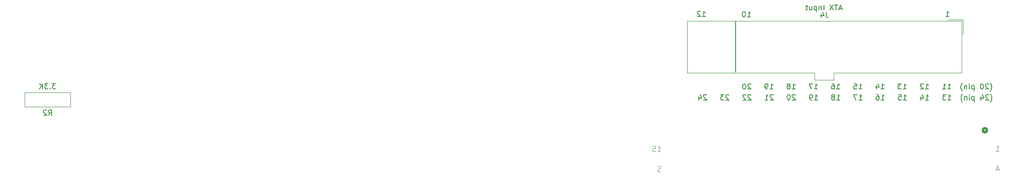
<source format=gbr>
%TF.GenerationSoftware,KiCad,Pcbnew,7.0.5*%
%TF.CreationDate,2024-11-28T08:35:35+00:00*%
%TF.ProjectId,Lisa_Floppy_Power,4c697361-5f46-46c6-9f70-70795f506f77,rev?*%
%TF.SameCoordinates,Original*%
%TF.FileFunction,Legend,Bot*%
%TF.FilePolarity,Positive*%
%FSLAX46Y46*%
G04 Gerber Fmt 4.6, Leading zero omitted, Abs format (unit mm)*
G04 Created by KiCad (PCBNEW 7.0.5) date 2024-11-28 08:35:35*
%MOMM*%
%LPD*%
G01*
G04 APERTURE LIST*
%ADD10C,0.150000*%
%ADD11C,0.100000*%
%ADD12C,0.508000*%
%ADD13C,0.120000*%
G04 APERTURE END LIST*
D10*
X187000000Y-57300000D02*
X187000000Y-67000000D01*
X189258411Y-56511819D02*
X189829839Y-56511819D01*
X189544125Y-56511819D02*
X189544125Y-55511819D01*
X189544125Y-55511819D02*
X189639363Y-55654676D01*
X189639363Y-55654676D02*
X189734601Y-55749914D01*
X189734601Y-55749914D02*
X189829839Y-55797533D01*
X188639363Y-55511819D02*
X188544125Y-55511819D01*
X188544125Y-55511819D02*
X188448887Y-55559438D01*
X188448887Y-55559438D02*
X188401268Y-55607057D01*
X188401268Y-55607057D02*
X188353649Y-55702295D01*
X188353649Y-55702295D02*
X188306030Y-55892771D01*
X188306030Y-55892771D02*
X188306030Y-56130866D01*
X188306030Y-56130866D02*
X188353649Y-56321342D01*
X188353649Y-56321342D02*
X188401268Y-56416580D01*
X188401268Y-56416580D02*
X188448887Y-56464200D01*
X188448887Y-56464200D02*
X188544125Y-56511819D01*
X188544125Y-56511819D02*
X188639363Y-56511819D01*
X188639363Y-56511819D02*
X188734601Y-56464200D01*
X188734601Y-56464200D02*
X188782220Y-56416580D01*
X188782220Y-56416580D02*
X188829839Y-56321342D01*
X188829839Y-56321342D02*
X188877458Y-56130866D01*
X188877458Y-56130866D02*
X188877458Y-55892771D01*
X188877458Y-55892771D02*
X188829839Y-55702295D01*
X188829839Y-55702295D02*
X188782220Y-55607057D01*
X188782220Y-55607057D02*
X188734601Y-55559438D01*
X188734601Y-55559438D02*
X188639363Y-55511819D01*
X235097506Y-70587671D02*
X235145125Y-70540052D01*
X235145125Y-70540052D02*
X235240363Y-70397195D01*
X235240363Y-70397195D02*
X235287982Y-70301957D01*
X235287982Y-70301957D02*
X235335601Y-70159100D01*
X235335601Y-70159100D02*
X235383220Y-69921004D01*
X235383220Y-69921004D02*
X235383220Y-69730528D01*
X235383220Y-69730528D02*
X235335601Y-69492433D01*
X235335601Y-69492433D02*
X235287982Y-69349576D01*
X235287982Y-69349576D02*
X235240363Y-69254338D01*
X235240363Y-69254338D02*
X235145125Y-69111480D01*
X235145125Y-69111480D02*
X235097506Y-69063861D01*
X234764172Y-69301957D02*
X234716553Y-69254338D01*
X234716553Y-69254338D02*
X234621315Y-69206719D01*
X234621315Y-69206719D02*
X234383220Y-69206719D01*
X234383220Y-69206719D02*
X234287982Y-69254338D01*
X234287982Y-69254338D02*
X234240363Y-69301957D01*
X234240363Y-69301957D02*
X234192744Y-69397195D01*
X234192744Y-69397195D02*
X234192744Y-69492433D01*
X234192744Y-69492433D02*
X234240363Y-69635290D01*
X234240363Y-69635290D02*
X234811791Y-70206719D01*
X234811791Y-70206719D02*
X234192744Y-70206719D01*
X233573696Y-69206719D02*
X233478458Y-69206719D01*
X233478458Y-69206719D02*
X233383220Y-69254338D01*
X233383220Y-69254338D02*
X233335601Y-69301957D01*
X233335601Y-69301957D02*
X233287982Y-69397195D01*
X233287982Y-69397195D02*
X233240363Y-69587671D01*
X233240363Y-69587671D02*
X233240363Y-69825766D01*
X233240363Y-69825766D02*
X233287982Y-70016242D01*
X233287982Y-70016242D02*
X233335601Y-70111480D01*
X233335601Y-70111480D02*
X233383220Y-70159100D01*
X233383220Y-70159100D02*
X233478458Y-70206719D01*
X233478458Y-70206719D02*
X233573696Y-70206719D01*
X233573696Y-70206719D02*
X233668934Y-70159100D01*
X233668934Y-70159100D02*
X233716553Y-70111480D01*
X233716553Y-70111480D02*
X233764172Y-70016242D01*
X233764172Y-70016242D02*
X233811791Y-69825766D01*
X233811791Y-69825766D02*
X233811791Y-69587671D01*
X233811791Y-69587671D02*
X233764172Y-69397195D01*
X233764172Y-69397195D02*
X233716553Y-69301957D01*
X233716553Y-69301957D02*
X233668934Y-69254338D01*
X233668934Y-69254338D02*
X233573696Y-69206719D01*
X232049886Y-69540052D02*
X232049886Y-70540052D01*
X232049886Y-69587671D02*
X231954648Y-69540052D01*
X231954648Y-69540052D02*
X231764172Y-69540052D01*
X231764172Y-69540052D02*
X231668934Y-69587671D01*
X231668934Y-69587671D02*
X231621315Y-69635290D01*
X231621315Y-69635290D02*
X231573696Y-69730528D01*
X231573696Y-69730528D02*
X231573696Y-70016242D01*
X231573696Y-70016242D02*
X231621315Y-70111480D01*
X231621315Y-70111480D02*
X231668934Y-70159100D01*
X231668934Y-70159100D02*
X231764172Y-70206719D01*
X231764172Y-70206719D02*
X231954648Y-70206719D01*
X231954648Y-70206719D02*
X232049886Y-70159100D01*
X231145124Y-70206719D02*
X231145124Y-69540052D01*
X231145124Y-69206719D02*
X231192743Y-69254338D01*
X231192743Y-69254338D02*
X231145124Y-69301957D01*
X231145124Y-69301957D02*
X231097505Y-69254338D01*
X231097505Y-69254338D02*
X231145124Y-69206719D01*
X231145124Y-69206719D02*
X231145124Y-69301957D01*
X230668934Y-69540052D02*
X230668934Y-70206719D01*
X230668934Y-69635290D02*
X230621315Y-69587671D01*
X230621315Y-69587671D02*
X230526077Y-69540052D01*
X230526077Y-69540052D02*
X230383220Y-69540052D01*
X230383220Y-69540052D02*
X230287982Y-69587671D01*
X230287982Y-69587671D02*
X230240363Y-69682909D01*
X230240363Y-69682909D02*
X230240363Y-70206719D01*
X229859410Y-70587671D02*
X229811791Y-70540052D01*
X229811791Y-70540052D02*
X229716553Y-70397195D01*
X229716553Y-70397195D02*
X229668934Y-70301957D01*
X229668934Y-70301957D02*
X229621315Y-70159100D01*
X229621315Y-70159100D02*
X229573696Y-69921004D01*
X229573696Y-69921004D02*
X229573696Y-69730528D01*
X229573696Y-69730528D02*
X229621315Y-69492433D01*
X229621315Y-69492433D02*
X229668934Y-69349576D01*
X229668934Y-69349576D02*
X229716553Y-69254338D01*
X229716553Y-69254338D02*
X229811791Y-69111480D01*
X229811791Y-69111480D02*
X229859410Y-69063861D01*
X227049886Y-70206719D02*
X227621314Y-70206719D01*
X227335600Y-70206719D02*
X227335600Y-69206719D01*
X227335600Y-69206719D02*
X227430838Y-69349576D01*
X227430838Y-69349576D02*
X227526076Y-69444814D01*
X227526076Y-69444814D02*
X227621314Y-69492433D01*
X226097505Y-70206719D02*
X226668933Y-70206719D01*
X226383219Y-70206719D02*
X226383219Y-69206719D01*
X226383219Y-69206719D02*
X226478457Y-69349576D01*
X226478457Y-69349576D02*
X226573695Y-69444814D01*
X226573695Y-69444814D02*
X226668933Y-69492433D01*
X222859409Y-70206719D02*
X223430837Y-70206719D01*
X223145123Y-70206719D02*
X223145123Y-69206719D01*
X223145123Y-69206719D02*
X223240361Y-69349576D01*
X223240361Y-69349576D02*
X223335599Y-69444814D01*
X223335599Y-69444814D02*
X223430837Y-69492433D01*
X222478456Y-69301957D02*
X222430837Y-69254338D01*
X222430837Y-69254338D02*
X222335599Y-69206719D01*
X222335599Y-69206719D02*
X222097504Y-69206719D01*
X222097504Y-69206719D02*
X222002266Y-69254338D01*
X222002266Y-69254338D02*
X221954647Y-69301957D01*
X221954647Y-69301957D02*
X221907028Y-69397195D01*
X221907028Y-69397195D02*
X221907028Y-69492433D01*
X221907028Y-69492433D02*
X221954647Y-69635290D01*
X221954647Y-69635290D02*
X222526075Y-70206719D01*
X222526075Y-70206719D02*
X221907028Y-70206719D01*
X218668932Y-70206719D02*
X219240360Y-70206719D01*
X218954646Y-70206719D02*
X218954646Y-69206719D01*
X218954646Y-69206719D02*
X219049884Y-69349576D01*
X219049884Y-69349576D02*
X219145122Y-69444814D01*
X219145122Y-69444814D02*
X219240360Y-69492433D01*
X218335598Y-69206719D02*
X217716551Y-69206719D01*
X217716551Y-69206719D02*
X218049884Y-69587671D01*
X218049884Y-69587671D02*
X217907027Y-69587671D01*
X217907027Y-69587671D02*
X217811789Y-69635290D01*
X217811789Y-69635290D02*
X217764170Y-69682909D01*
X217764170Y-69682909D02*
X217716551Y-69778147D01*
X217716551Y-69778147D02*
X217716551Y-70016242D01*
X217716551Y-70016242D02*
X217764170Y-70111480D01*
X217764170Y-70111480D02*
X217811789Y-70159100D01*
X217811789Y-70159100D02*
X217907027Y-70206719D01*
X217907027Y-70206719D02*
X218192741Y-70206719D01*
X218192741Y-70206719D02*
X218287979Y-70159100D01*
X218287979Y-70159100D02*
X218335598Y-70111480D01*
X214478455Y-70206719D02*
X215049883Y-70206719D01*
X214764169Y-70206719D02*
X214764169Y-69206719D01*
X214764169Y-69206719D02*
X214859407Y-69349576D01*
X214859407Y-69349576D02*
X214954645Y-69444814D01*
X214954645Y-69444814D02*
X215049883Y-69492433D01*
X213621312Y-69540052D02*
X213621312Y-70206719D01*
X213859407Y-69159100D02*
X214097502Y-69873385D01*
X214097502Y-69873385D02*
X213478455Y-69873385D01*
X210287978Y-70206719D02*
X210859406Y-70206719D01*
X210573692Y-70206719D02*
X210573692Y-69206719D01*
X210573692Y-69206719D02*
X210668930Y-69349576D01*
X210668930Y-69349576D02*
X210764168Y-69444814D01*
X210764168Y-69444814D02*
X210859406Y-69492433D01*
X209383216Y-69206719D02*
X209859406Y-69206719D01*
X209859406Y-69206719D02*
X209907025Y-69682909D01*
X209907025Y-69682909D02*
X209859406Y-69635290D01*
X209859406Y-69635290D02*
X209764168Y-69587671D01*
X209764168Y-69587671D02*
X209526073Y-69587671D01*
X209526073Y-69587671D02*
X209430835Y-69635290D01*
X209430835Y-69635290D02*
X209383216Y-69682909D01*
X209383216Y-69682909D02*
X209335597Y-69778147D01*
X209335597Y-69778147D02*
X209335597Y-70016242D01*
X209335597Y-70016242D02*
X209383216Y-70111480D01*
X209383216Y-70111480D02*
X209430835Y-70159100D01*
X209430835Y-70159100D02*
X209526073Y-70206719D01*
X209526073Y-70206719D02*
X209764168Y-70206719D01*
X209764168Y-70206719D02*
X209859406Y-70159100D01*
X209859406Y-70159100D02*
X209907025Y-70111480D01*
X206097501Y-70206719D02*
X206668929Y-70206719D01*
X206383215Y-70206719D02*
X206383215Y-69206719D01*
X206383215Y-69206719D02*
X206478453Y-69349576D01*
X206478453Y-69349576D02*
X206573691Y-69444814D01*
X206573691Y-69444814D02*
X206668929Y-69492433D01*
X205240358Y-69206719D02*
X205430834Y-69206719D01*
X205430834Y-69206719D02*
X205526072Y-69254338D01*
X205526072Y-69254338D02*
X205573691Y-69301957D01*
X205573691Y-69301957D02*
X205668929Y-69444814D01*
X205668929Y-69444814D02*
X205716548Y-69635290D01*
X205716548Y-69635290D02*
X205716548Y-70016242D01*
X205716548Y-70016242D02*
X205668929Y-70111480D01*
X205668929Y-70111480D02*
X205621310Y-70159100D01*
X205621310Y-70159100D02*
X205526072Y-70206719D01*
X205526072Y-70206719D02*
X205335596Y-70206719D01*
X205335596Y-70206719D02*
X205240358Y-70159100D01*
X205240358Y-70159100D02*
X205192739Y-70111480D01*
X205192739Y-70111480D02*
X205145120Y-70016242D01*
X205145120Y-70016242D02*
X205145120Y-69778147D01*
X205145120Y-69778147D02*
X205192739Y-69682909D01*
X205192739Y-69682909D02*
X205240358Y-69635290D01*
X205240358Y-69635290D02*
X205335596Y-69587671D01*
X205335596Y-69587671D02*
X205526072Y-69587671D01*
X205526072Y-69587671D02*
X205621310Y-69635290D01*
X205621310Y-69635290D02*
X205668929Y-69682909D01*
X205668929Y-69682909D02*
X205716548Y-69778147D01*
X201907024Y-70206719D02*
X202478452Y-70206719D01*
X202192738Y-70206719D02*
X202192738Y-69206719D01*
X202192738Y-69206719D02*
X202287976Y-69349576D01*
X202287976Y-69349576D02*
X202383214Y-69444814D01*
X202383214Y-69444814D02*
X202478452Y-69492433D01*
X201573690Y-69206719D02*
X200907024Y-69206719D01*
X200907024Y-69206719D02*
X201335595Y-70206719D01*
X197716547Y-70206719D02*
X198287975Y-70206719D01*
X198002261Y-70206719D02*
X198002261Y-69206719D01*
X198002261Y-69206719D02*
X198097499Y-69349576D01*
X198097499Y-69349576D02*
X198192737Y-69444814D01*
X198192737Y-69444814D02*
X198287975Y-69492433D01*
X197145118Y-69635290D02*
X197240356Y-69587671D01*
X197240356Y-69587671D02*
X197287975Y-69540052D01*
X197287975Y-69540052D02*
X197335594Y-69444814D01*
X197335594Y-69444814D02*
X197335594Y-69397195D01*
X197335594Y-69397195D02*
X197287975Y-69301957D01*
X197287975Y-69301957D02*
X197240356Y-69254338D01*
X197240356Y-69254338D02*
X197145118Y-69206719D01*
X197145118Y-69206719D02*
X196954642Y-69206719D01*
X196954642Y-69206719D02*
X196859404Y-69254338D01*
X196859404Y-69254338D02*
X196811785Y-69301957D01*
X196811785Y-69301957D02*
X196764166Y-69397195D01*
X196764166Y-69397195D02*
X196764166Y-69444814D01*
X196764166Y-69444814D02*
X196811785Y-69540052D01*
X196811785Y-69540052D02*
X196859404Y-69587671D01*
X196859404Y-69587671D02*
X196954642Y-69635290D01*
X196954642Y-69635290D02*
X197145118Y-69635290D01*
X197145118Y-69635290D02*
X197240356Y-69682909D01*
X197240356Y-69682909D02*
X197287975Y-69730528D01*
X197287975Y-69730528D02*
X197335594Y-69825766D01*
X197335594Y-69825766D02*
X197335594Y-70016242D01*
X197335594Y-70016242D02*
X197287975Y-70111480D01*
X197287975Y-70111480D02*
X197240356Y-70159100D01*
X197240356Y-70159100D02*
X197145118Y-70206719D01*
X197145118Y-70206719D02*
X196954642Y-70206719D01*
X196954642Y-70206719D02*
X196859404Y-70159100D01*
X196859404Y-70159100D02*
X196811785Y-70111480D01*
X196811785Y-70111480D02*
X196764166Y-70016242D01*
X196764166Y-70016242D02*
X196764166Y-69825766D01*
X196764166Y-69825766D02*
X196811785Y-69730528D01*
X196811785Y-69730528D02*
X196859404Y-69682909D01*
X196859404Y-69682909D02*
X196954642Y-69635290D01*
X193526070Y-70206719D02*
X194097498Y-70206719D01*
X193811784Y-70206719D02*
X193811784Y-69206719D01*
X193811784Y-69206719D02*
X193907022Y-69349576D01*
X193907022Y-69349576D02*
X194002260Y-69444814D01*
X194002260Y-69444814D02*
X194097498Y-69492433D01*
X193049879Y-70206719D02*
X192859403Y-70206719D01*
X192859403Y-70206719D02*
X192764165Y-70159100D01*
X192764165Y-70159100D02*
X192716546Y-70111480D01*
X192716546Y-70111480D02*
X192621308Y-69968623D01*
X192621308Y-69968623D02*
X192573689Y-69778147D01*
X192573689Y-69778147D02*
X192573689Y-69397195D01*
X192573689Y-69397195D02*
X192621308Y-69301957D01*
X192621308Y-69301957D02*
X192668927Y-69254338D01*
X192668927Y-69254338D02*
X192764165Y-69206719D01*
X192764165Y-69206719D02*
X192954641Y-69206719D01*
X192954641Y-69206719D02*
X193049879Y-69254338D01*
X193049879Y-69254338D02*
X193097498Y-69301957D01*
X193097498Y-69301957D02*
X193145117Y-69397195D01*
X193145117Y-69397195D02*
X193145117Y-69635290D01*
X193145117Y-69635290D02*
X193097498Y-69730528D01*
X193097498Y-69730528D02*
X193049879Y-69778147D01*
X193049879Y-69778147D02*
X192954641Y-69825766D01*
X192954641Y-69825766D02*
X192764165Y-69825766D01*
X192764165Y-69825766D02*
X192668927Y-69778147D01*
X192668927Y-69778147D02*
X192621308Y-69730528D01*
X192621308Y-69730528D02*
X192573689Y-69635290D01*
X189907021Y-69301957D02*
X189859402Y-69254338D01*
X189859402Y-69254338D02*
X189764164Y-69206719D01*
X189764164Y-69206719D02*
X189526069Y-69206719D01*
X189526069Y-69206719D02*
X189430831Y-69254338D01*
X189430831Y-69254338D02*
X189383212Y-69301957D01*
X189383212Y-69301957D02*
X189335593Y-69397195D01*
X189335593Y-69397195D02*
X189335593Y-69492433D01*
X189335593Y-69492433D02*
X189383212Y-69635290D01*
X189383212Y-69635290D02*
X189954640Y-70206719D01*
X189954640Y-70206719D02*
X189335593Y-70206719D01*
X188716545Y-69206719D02*
X188621307Y-69206719D01*
X188621307Y-69206719D02*
X188526069Y-69254338D01*
X188526069Y-69254338D02*
X188478450Y-69301957D01*
X188478450Y-69301957D02*
X188430831Y-69397195D01*
X188430831Y-69397195D02*
X188383212Y-69587671D01*
X188383212Y-69587671D02*
X188383212Y-69825766D01*
X188383212Y-69825766D02*
X188430831Y-70016242D01*
X188430831Y-70016242D02*
X188478450Y-70111480D01*
X188478450Y-70111480D02*
X188526069Y-70159100D01*
X188526069Y-70159100D02*
X188621307Y-70206719D01*
X188621307Y-70206719D02*
X188716545Y-70206719D01*
X188716545Y-70206719D02*
X188811783Y-70159100D01*
X188811783Y-70159100D02*
X188859402Y-70111480D01*
X188859402Y-70111480D02*
X188907021Y-70016242D01*
X188907021Y-70016242D02*
X188954640Y-69825766D01*
X188954640Y-69825766D02*
X188954640Y-69587671D01*
X188954640Y-69587671D02*
X188907021Y-69397195D01*
X188907021Y-69397195D02*
X188859402Y-69301957D01*
X188859402Y-69301957D02*
X188811783Y-69254338D01*
X188811783Y-69254338D02*
X188716545Y-69206719D01*
X235117506Y-72637671D02*
X235165125Y-72590052D01*
X235165125Y-72590052D02*
X235260363Y-72447195D01*
X235260363Y-72447195D02*
X235307982Y-72351957D01*
X235307982Y-72351957D02*
X235355601Y-72209100D01*
X235355601Y-72209100D02*
X235403220Y-71971004D01*
X235403220Y-71971004D02*
X235403220Y-71780528D01*
X235403220Y-71780528D02*
X235355601Y-71542433D01*
X235355601Y-71542433D02*
X235307982Y-71399576D01*
X235307982Y-71399576D02*
X235260363Y-71304338D01*
X235260363Y-71304338D02*
X235165125Y-71161480D01*
X235165125Y-71161480D02*
X235117506Y-71113861D01*
X234784172Y-71351957D02*
X234736553Y-71304338D01*
X234736553Y-71304338D02*
X234641315Y-71256719D01*
X234641315Y-71256719D02*
X234403220Y-71256719D01*
X234403220Y-71256719D02*
X234307982Y-71304338D01*
X234307982Y-71304338D02*
X234260363Y-71351957D01*
X234260363Y-71351957D02*
X234212744Y-71447195D01*
X234212744Y-71447195D02*
X234212744Y-71542433D01*
X234212744Y-71542433D02*
X234260363Y-71685290D01*
X234260363Y-71685290D02*
X234831791Y-72256719D01*
X234831791Y-72256719D02*
X234212744Y-72256719D01*
X233355601Y-71590052D02*
X233355601Y-72256719D01*
X233593696Y-71209100D02*
X233831791Y-71923385D01*
X233831791Y-71923385D02*
X233212744Y-71923385D01*
X232069886Y-71590052D02*
X232069886Y-72590052D01*
X232069886Y-71637671D02*
X231974648Y-71590052D01*
X231974648Y-71590052D02*
X231784172Y-71590052D01*
X231784172Y-71590052D02*
X231688934Y-71637671D01*
X231688934Y-71637671D02*
X231641315Y-71685290D01*
X231641315Y-71685290D02*
X231593696Y-71780528D01*
X231593696Y-71780528D02*
X231593696Y-72066242D01*
X231593696Y-72066242D02*
X231641315Y-72161480D01*
X231641315Y-72161480D02*
X231688934Y-72209100D01*
X231688934Y-72209100D02*
X231784172Y-72256719D01*
X231784172Y-72256719D02*
X231974648Y-72256719D01*
X231974648Y-72256719D02*
X232069886Y-72209100D01*
X231165124Y-72256719D02*
X231165124Y-71590052D01*
X231165124Y-71256719D02*
X231212743Y-71304338D01*
X231212743Y-71304338D02*
X231165124Y-71351957D01*
X231165124Y-71351957D02*
X231117505Y-71304338D01*
X231117505Y-71304338D02*
X231165124Y-71256719D01*
X231165124Y-71256719D02*
X231165124Y-71351957D01*
X230688934Y-71590052D02*
X230688934Y-72256719D01*
X230688934Y-71685290D02*
X230641315Y-71637671D01*
X230641315Y-71637671D02*
X230546077Y-71590052D01*
X230546077Y-71590052D02*
X230403220Y-71590052D01*
X230403220Y-71590052D02*
X230307982Y-71637671D01*
X230307982Y-71637671D02*
X230260363Y-71732909D01*
X230260363Y-71732909D02*
X230260363Y-72256719D01*
X229879410Y-72637671D02*
X229831791Y-72590052D01*
X229831791Y-72590052D02*
X229736553Y-72447195D01*
X229736553Y-72447195D02*
X229688934Y-72351957D01*
X229688934Y-72351957D02*
X229641315Y-72209100D01*
X229641315Y-72209100D02*
X229593696Y-71971004D01*
X229593696Y-71971004D02*
X229593696Y-71780528D01*
X229593696Y-71780528D02*
X229641315Y-71542433D01*
X229641315Y-71542433D02*
X229688934Y-71399576D01*
X229688934Y-71399576D02*
X229736553Y-71304338D01*
X229736553Y-71304338D02*
X229831791Y-71161480D01*
X229831791Y-71161480D02*
X229879410Y-71113861D01*
X227069886Y-72256719D02*
X227641314Y-72256719D01*
X227355600Y-72256719D02*
X227355600Y-71256719D01*
X227355600Y-71256719D02*
X227450838Y-71399576D01*
X227450838Y-71399576D02*
X227546076Y-71494814D01*
X227546076Y-71494814D02*
X227641314Y-71542433D01*
X226736552Y-71256719D02*
X226117505Y-71256719D01*
X226117505Y-71256719D02*
X226450838Y-71637671D01*
X226450838Y-71637671D02*
X226307981Y-71637671D01*
X226307981Y-71637671D02*
X226212743Y-71685290D01*
X226212743Y-71685290D02*
X226165124Y-71732909D01*
X226165124Y-71732909D02*
X226117505Y-71828147D01*
X226117505Y-71828147D02*
X226117505Y-72066242D01*
X226117505Y-72066242D02*
X226165124Y-72161480D01*
X226165124Y-72161480D02*
X226212743Y-72209100D01*
X226212743Y-72209100D02*
X226307981Y-72256719D01*
X226307981Y-72256719D02*
X226593695Y-72256719D01*
X226593695Y-72256719D02*
X226688933Y-72209100D01*
X226688933Y-72209100D02*
X226736552Y-72161480D01*
X222879409Y-72256719D02*
X223450837Y-72256719D01*
X223165123Y-72256719D02*
X223165123Y-71256719D01*
X223165123Y-71256719D02*
X223260361Y-71399576D01*
X223260361Y-71399576D02*
X223355599Y-71494814D01*
X223355599Y-71494814D02*
X223450837Y-71542433D01*
X222022266Y-71590052D02*
X222022266Y-72256719D01*
X222260361Y-71209100D02*
X222498456Y-71923385D01*
X222498456Y-71923385D02*
X221879409Y-71923385D01*
X218688932Y-72256719D02*
X219260360Y-72256719D01*
X218974646Y-72256719D02*
X218974646Y-71256719D01*
X218974646Y-71256719D02*
X219069884Y-71399576D01*
X219069884Y-71399576D02*
X219165122Y-71494814D01*
X219165122Y-71494814D02*
X219260360Y-71542433D01*
X217784170Y-71256719D02*
X218260360Y-71256719D01*
X218260360Y-71256719D02*
X218307979Y-71732909D01*
X218307979Y-71732909D02*
X218260360Y-71685290D01*
X218260360Y-71685290D02*
X218165122Y-71637671D01*
X218165122Y-71637671D02*
X217927027Y-71637671D01*
X217927027Y-71637671D02*
X217831789Y-71685290D01*
X217831789Y-71685290D02*
X217784170Y-71732909D01*
X217784170Y-71732909D02*
X217736551Y-71828147D01*
X217736551Y-71828147D02*
X217736551Y-72066242D01*
X217736551Y-72066242D02*
X217784170Y-72161480D01*
X217784170Y-72161480D02*
X217831789Y-72209100D01*
X217831789Y-72209100D02*
X217927027Y-72256719D01*
X217927027Y-72256719D02*
X218165122Y-72256719D01*
X218165122Y-72256719D02*
X218260360Y-72209100D01*
X218260360Y-72209100D02*
X218307979Y-72161480D01*
X214498455Y-72256719D02*
X215069883Y-72256719D01*
X214784169Y-72256719D02*
X214784169Y-71256719D01*
X214784169Y-71256719D02*
X214879407Y-71399576D01*
X214879407Y-71399576D02*
X214974645Y-71494814D01*
X214974645Y-71494814D02*
X215069883Y-71542433D01*
X213641312Y-71256719D02*
X213831788Y-71256719D01*
X213831788Y-71256719D02*
X213927026Y-71304338D01*
X213927026Y-71304338D02*
X213974645Y-71351957D01*
X213974645Y-71351957D02*
X214069883Y-71494814D01*
X214069883Y-71494814D02*
X214117502Y-71685290D01*
X214117502Y-71685290D02*
X214117502Y-72066242D01*
X214117502Y-72066242D02*
X214069883Y-72161480D01*
X214069883Y-72161480D02*
X214022264Y-72209100D01*
X214022264Y-72209100D02*
X213927026Y-72256719D01*
X213927026Y-72256719D02*
X213736550Y-72256719D01*
X213736550Y-72256719D02*
X213641312Y-72209100D01*
X213641312Y-72209100D02*
X213593693Y-72161480D01*
X213593693Y-72161480D02*
X213546074Y-72066242D01*
X213546074Y-72066242D02*
X213546074Y-71828147D01*
X213546074Y-71828147D02*
X213593693Y-71732909D01*
X213593693Y-71732909D02*
X213641312Y-71685290D01*
X213641312Y-71685290D02*
X213736550Y-71637671D01*
X213736550Y-71637671D02*
X213927026Y-71637671D01*
X213927026Y-71637671D02*
X214022264Y-71685290D01*
X214022264Y-71685290D02*
X214069883Y-71732909D01*
X214069883Y-71732909D02*
X214117502Y-71828147D01*
X210307978Y-72256719D02*
X210879406Y-72256719D01*
X210593692Y-72256719D02*
X210593692Y-71256719D01*
X210593692Y-71256719D02*
X210688930Y-71399576D01*
X210688930Y-71399576D02*
X210784168Y-71494814D01*
X210784168Y-71494814D02*
X210879406Y-71542433D01*
X209974644Y-71256719D02*
X209307978Y-71256719D01*
X209307978Y-71256719D02*
X209736549Y-72256719D01*
X206117501Y-72256719D02*
X206688929Y-72256719D01*
X206403215Y-72256719D02*
X206403215Y-71256719D01*
X206403215Y-71256719D02*
X206498453Y-71399576D01*
X206498453Y-71399576D02*
X206593691Y-71494814D01*
X206593691Y-71494814D02*
X206688929Y-71542433D01*
X205546072Y-71685290D02*
X205641310Y-71637671D01*
X205641310Y-71637671D02*
X205688929Y-71590052D01*
X205688929Y-71590052D02*
X205736548Y-71494814D01*
X205736548Y-71494814D02*
X205736548Y-71447195D01*
X205736548Y-71447195D02*
X205688929Y-71351957D01*
X205688929Y-71351957D02*
X205641310Y-71304338D01*
X205641310Y-71304338D02*
X205546072Y-71256719D01*
X205546072Y-71256719D02*
X205355596Y-71256719D01*
X205355596Y-71256719D02*
X205260358Y-71304338D01*
X205260358Y-71304338D02*
X205212739Y-71351957D01*
X205212739Y-71351957D02*
X205165120Y-71447195D01*
X205165120Y-71447195D02*
X205165120Y-71494814D01*
X205165120Y-71494814D02*
X205212739Y-71590052D01*
X205212739Y-71590052D02*
X205260358Y-71637671D01*
X205260358Y-71637671D02*
X205355596Y-71685290D01*
X205355596Y-71685290D02*
X205546072Y-71685290D01*
X205546072Y-71685290D02*
X205641310Y-71732909D01*
X205641310Y-71732909D02*
X205688929Y-71780528D01*
X205688929Y-71780528D02*
X205736548Y-71875766D01*
X205736548Y-71875766D02*
X205736548Y-72066242D01*
X205736548Y-72066242D02*
X205688929Y-72161480D01*
X205688929Y-72161480D02*
X205641310Y-72209100D01*
X205641310Y-72209100D02*
X205546072Y-72256719D01*
X205546072Y-72256719D02*
X205355596Y-72256719D01*
X205355596Y-72256719D02*
X205260358Y-72209100D01*
X205260358Y-72209100D02*
X205212739Y-72161480D01*
X205212739Y-72161480D02*
X205165120Y-72066242D01*
X205165120Y-72066242D02*
X205165120Y-71875766D01*
X205165120Y-71875766D02*
X205212739Y-71780528D01*
X205212739Y-71780528D02*
X205260358Y-71732909D01*
X205260358Y-71732909D02*
X205355596Y-71685290D01*
X201927024Y-72256719D02*
X202498452Y-72256719D01*
X202212738Y-72256719D02*
X202212738Y-71256719D01*
X202212738Y-71256719D02*
X202307976Y-71399576D01*
X202307976Y-71399576D02*
X202403214Y-71494814D01*
X202403214Y-71494814D02*
X202498452Y-71542433D01*
X201450833Y-72256719D02*
X201260357Y-72256719D01*
X201260357Y-72256719D02*
X201165119Y-72209100D01*
X201165119Y-72209100D02*
X201117500Y-72161480D01*
X201117500Y-72161480D02*
X201022262Y-72018623D01*
X201022262Y-72018623D02*
X200974643Y-71828147D01*
X200974643Y-71828147D02*
X200974643Y-71447195D01*
X200974643Y-71447195D02*
X201022262Y-71351957D01*
X201022262Y-71351957D02*
X201069881Y-71304338D01*
X201069881Y-71304338D02*
X201165119Y-71256719D01*
X201165119Y-71256719D02*
X201355595Y-71256719D01*
X201355595Y-71256719D02*
X201450833Y-71304338D01*
X201450833Y-71304338D02*
X201498452Y-71351957D01*
X201498452Y-71351957D02*
X201546071Y-71447195D01*
X201546071Y-71447195D02*
X201546071Y-71685290D01*
X201546071Y-71685290D02*
X201498452Y-71780528D01*
X201498452Y-71780528D02*
X201450833Y-71828147D01*
X201450833Y-71828147D02*
X201355595Y-71875766D01*
X201355595Y-71875766D02*
X201165119Y-71875766D01*
X201165119Y-71875766D02*
X201069881Y-71828147D01*
X201069881Y-71828147D02*
X201022262Y-71780528D01*
X201022262Y-71780528D02*
X200974643Y-71685290D01*
X198307975Y-71351957D02*
X198260356Y-71304338D01*
X198260356Y-71304338D02*
X198165118Y-71256719D01*
X198165118Y-71256719D02*
X197927023Y-71256719D01*
X197927023Y-71256719D02*
X197831785Y-71304338D01*
X197831785Y-71304338D02*
X197784166Y-71351957D01*
X197784166Y-71351957D02*
X197736547Y-71447195D01*
X197736547Y-71447195D02*
X197736547Y-71542433D01*
X197736547Y-71542433D02*
X197784166Y-71685290D01*
X197784166Y-71685290D02*
X198355594Y-72256719D01*
X198355594Y-72256719D02*
X197736547Y-72256719D01*
X197117499Y-71256719D02*
X197022261Y-71256719D01*
X197022261Y-71256719D02*
X196927023Y-71304338D01*
X196927023Y-71304338D02*
X196879404Y-71351957D01*
X196879404Y-71351957D02*
X196831785Y-71447195D01*
X196831785Y-71447195D02*
X196784166Y-71637671D01*
X196784166Y-71637671D02*
X196784166Y-71875766D01*
X196784166Y-71875766D02*
X196831785Y-72066242D01*
X196831785Y-72066242D02*
X196879404Y-72161480D01*
X196879404Y-72161480D02*
X196927023Y-72209100D01*
X196927023Y-72209100D02*
X197022261Y-72256719D01*
X197022261Y-72256719D02*
X197117499Y-72256719D01*
X197117499Y-72256719D02*
X197212737Y-72209100D01*
X197212737Y-72209100D02*
X197260356Y-72161480D01*
X197260356Y-72161480D02*
X197307975Y-72066242D01*
X197307975Y-72066242D02*
X197355594Y-71875766D01*
X197355594Y-71875766D02*
X197355594Y-71637671D01*
X197355594Y-71637671D02*
X197307975Y-71447195D01*
X197307975Y-71447195D02*
X197260356Y-71351957D01*
X197260356Y-71351957D02*
X197212737Y-71304338D01*
X197212737Y-71304338D02*
X197117499Y-71256719D01*
X194117498Y-71351957D02*
X194069879Y-71304338D01*
X194069879Y-71304338D02*
X193974641Y-71256719D01*
X193974641Y-71256719D02*
X193736546Y-71256719D01*
X193736546Y-71256719D02*
X193641308Y-71304338D01*
X193641308Y-71304338D02*
X193593689Y-71351957D01*
X193593689Y-71351957D02*
X193546070Y-71447195D01*
X193546070Y-71447195D02*
X193546070Y-71542433D01*
X193546070Y-71542433D02*
X193593689Y-71685290D01*
X193593689Y-71685290D02*
X194165117Y-72256719D01*
X194165117Y-72256719D02*
X193546070Y-72256719D01*
X192593689Y-72256719D02*
X193165117Y-72256719D01*
X192879403Y-72256719D02*
X192879403Y-71256719D01*
X192879403Y-71256719D02*
X192974641Y-71399576D01*
X192974641Y-71399576D02*
X193069879Y-71494814D01*
X193069879Y-71494814D02*
X193165117Y-71542433D01*
X189927021Y-71351957D02*
X189879402Y-71304338D01*
X189879402Y-71304338D02*
X189784164Y-71256719D01*
X189784164Y-71256719D02*
X189546069Y-71256719D01*
X189546069Y-71256719D02*
X189450831Y-71304338D01*
X189450831Y-71304338D02*
X189403212Y-71351957D01*
X189403212Y-71351957D02*
X189355593Y-71447195D01*
X189355593Y-71447195D02*
X189355593Y-71542433D01*
X189355593Y-71542433D02*
X189403212Y-71685290D01*
X189403212Y-71685290D02*
X189974640Y-72256719D01*
X189974640Y-72256719D02*
X189355593Y-72256719D01*
X188974640Y-71351957D02*
X188927021Y-71304338D01*
X188927021Y-71304338D02*
X188831783Y-71256719D01*
X188831783Y-71256719D02*
X188593688Y-71256719D01*
X188593688Y-71256719D02*
X188498450Y-71304338D01*
X188498450Y-71304338D02*
X188450831Y-71351957D01*
X188450831Y-71351957D02*
X188403212Y-71447195D01*
X188403212Y-71447195D02*
X188403212Y-71542433D01*
X188403212Y-71542433D02*
X188450831Y-71685290D01*
X188450831Y-71685290D02*
X189022259Y-72256719D01*
X189022259Y-72256719D02*
X188403212Y-72256719D01*
X185736544Y-71351957D02*
X185688925Y-71304338D01*
X185688925Y-71304338D02*
X185593687Y-71256719D01*
X185593687Y-71256719D02*
X185355592Y-71256719D01*
X185355592Y-71256719D02*
X185260354Y-71304338D01*
X185260354Y-71304338D02*
X185212735Y-71351957D01*
X185212735Y-71351957D02*
X185165116Y-71447195D01*
X185165116Y-71447195D02*
X185165116Y-71542433D01*
X185165116Y-71542433D02*
X185212735Y-71685290D01*
X185212735Y-71685290D02*
X185784163Y-72256719D01*
X185784163Y-72256719D02*
X185165116Y-72256719D01*
X184831782Y-71256719D02*
X184212735Y-71256719D01*
X184212735Y-71256719D02*
X184546068Y-71637671D01*
X184546068Y-71637671D02*
X184403211Y-71637671D01*
X184403211Y-71637671D02*
X184307973Y-71685290D01*
X184307973Y-71685290D02*
X184260354Y-71732909D01*
X184260354Y-71732909D02*
X184212735Y-71828147D01*
X184212735Y-71828147D02*
X184212735Y-72066242D01*
X184212735Y-72066242D02*
X184260354Y-72161480D01*
X184260354Y-72161480D02*
X184307973Y-72209100D01*
X184307973Y-72209100D02*
X184403211Y-72256719D01*
X184403211Y-72256719D02*
X184688925Y-72256719D01*
X184688925Y-72256719D02*
X184784163Y-72209100D01*
X184784163Y-72209100D02*
X184831782Y-72161480D01*
X181546067Y-71351957D02*
X181498448Y-71304338D01*
X181498448Y-71304338D02*
X181403210Y-71256719D01*
X181403210Y-71256719D02*
X181165115Y-71256719D01*
X181165115Y-71256719D02*
X181069877Y-71304338D01*
X181069877Y-71304338D02*
X181022258Y-71351957D01*
X181022258Y-71351957D02*
X180974639Y-71447195D01*
X180974639Y-71447195D02*
X180974639Y-71542433D01*
X180974639Y-71542433D02*
X181022258Y-71685290D01*
X181022258Y-71685290D02*
X181593686Y-72256719D01*
X181593686Y-72256719D02*
X180974639Y-72256719D01*
X180117496Y-71590052D02*
X180117496Y-72256719D01*
X180355591Y-71209100D02*
X180593686Y-71923385D01*
X180593686Y-71923385D02*
X179974639Y-71923385D01*
X226719411Y-56449819D02*
X227290839Y-56449819D01*
X227005125Y-56449819D02*
X227005125Y-55449819D01*
X227005125Y-55449819D02*
X227100363Y-55592676D01*
X227100363Y-55592676D02*
X227195601Y-55687914D01*
X227195601Y-55687914D02*
X227290839Y-55735533D01*
X207080839Y-54935004D02*
X206604649Y-54935004D01*
X207176077Y-55220719D02*
X206842744Y-54220719D01*
X206842744Y-54220719D02*
X206509411Y-55220719D01*
X206318934Y-54220719D02*
X205747506Y-54220719D01*
X206033220Y-55220719D02*
X206033220Y-54220719D01*
X205509410Y-54220719D02*
X204842744Y-55220719D01*
X204842744Y-54220719D02*
X205509410Y-55220719D01*
X203699886Y-55220719D02*
X203699886Y-54220719D01*
X203223696Y-54554052D02*
X203223696Y-55220719D01*
X203223696Y-54649290D02*
X203176077Y-54601671D01*
X203176077Y-54601671D02*
X203080839Y-54554052D01*
X203080839Y-54554052D02*
X202937982Y-54554052D01*
X202937982Y-54554052D02*
X202842744Y-54601671D01*
X202842744Y-54601671D02*
X202795125Y-54696909D01*
X202795125Y-54696909D02*
X202795125Y-55220719D01*
X202318934Y-54554052D02*
X202318934Y-55554052D01*
X202318934Y-54601671D02*
X202223696Y-54554052D01*
X202223696Y-54554052D02*
X202033220Y-54554052D01*
X202033220Y-54554052D02*
X201937982Y-54601671D01*
X201937982Y-54601671D02*
X201890363Y-54649290D01*
X201890363Y-54649290D02*
X201842744Y-54744528D01*
X201842744Y-54744528D02*
X201842744Y-55030242D01*
X201842744Y-55030242D02*
X201890363Y-55125480D01*
X201890363Y-55125480D02*
X201937982Y-55173100D01*
X201937982Y-55173100D02*
X202033220Y-55220719D01*
X202033220Y-55220719D02*
X202223696Y-55220719D01*
X202223696Y-55220719D02*
X202318934Y-55173100D01*
X200985601Y-54554052D02*
X200985601Y-55220719D01*
X201414172Y-54554052D02*
X201414172Y-55077861D01*
X201414172Y-55077861D02*
X201366553Y-55173100D01*
X201366553Y-55173100D02*
X201271315Y-55220719D01*
X201271315Y-55220719D02*
X201128458Y-55220719D01*
X201128458Y-55220719D02*
X201033220Y-55173100D01*
X201033220Y-55173100D02*
X200985601Y-55125480D01*
X200652267Y-54554052D02*
X200271315Y-54554052D01*
X200509410Y-54220719D02*
X200509410Y-55077861D01*
X200509410Y-55077861D02*
X200461791Y-55173100D01*
X200461791Y-55173100D02*
X200366553Y-55220719D01*
X200366553Y-55220719D02*
X200271315Y-55220719D01*
X180769411Y-56449819D02*
X181340839Y-56449819D01*
X181055125Y-56449819D02*
X181055125Y-55449819D01*
X181055125Y-55449819D02*
X181150363Y-55592676D01*
X181150363Y-55592676D02*
X181245601Y-55687914D01*
X181245601Y-55687914D02*
X181340839Y-55735533D01*
X180388458Y-55545057D02*
X180340839Y-55497438D01*
X180340839Y-55497438D02*
X180245601Y-55449819D01*
X180245601Y-55449819D02*
X180007506Y-55449819D01*
X180007506Y-55449819D02*
X179912268Y-55497438D01*
X179912268Y-55497438D02*
X179864649Y-55545057D01*
X179864649Y-55545057D02*
X179817030Y-55640295D01*
X179817030Y-55640295D02*
X179817030Y-55735533D01*
X179817030Y-55735533D02*
X179864649Y-55878390D01*
X179864649Y-55878390D02*
X180436077Y-56449819D01*
X180436077Y-56449819D02*
X179817030Y-56449819D01*
D11*
%TO.C,J9*%
X236752234Y-85375204D02*
X236276044Y-85375204D01*
X236847472Y-85660919D02*
X236514139Y-84660919D01*
X236514139Y-84660919D02*
X236180806Y-85660919D01*
X236180806Y-81950919D02*
X236752234Y-81950919D01*
X236466520Y-81950919D02*
X236466520Y-80950919D01*
X236466520Y-80950919D02*
X236561758Y-81093776D01*
X236561758Y-81093776D02*
X236656996Y-81189014D01*
X236656996Y-81189014D02*
X236752234Y-81236633D01*
X172280806Y-82030919D02*
X172852234Y-82030919D01*
X172566520Y-82030919D02*
X172566520Y-81030919D01*
X172566520Y-81030919D02*
X172661758Y-81173776D01*
X172661758Y-81173776D02*
X172756996Y-81269014D01*
X172756996Y-81269014D02*
X172852234Y-81316633D01*
X171376044Y-81030919D02*
X171852234Y-81030919D01*
X171852234Y-81030919D02*
X171899853Y-81507109D01*
X171899853Y-81507109D02*
X171852234Y-81459490D01*
X171852234Y-81459490D02*
X171756996Y-81411871D01*
X171756996Y-81411871D02*
X171518901Y-81411871D01*
X171518901Y-81411871D02*
X171423663Y-81459490D01*
X171423663Y-81459490D02*
X171376044Y-81507109D01*
X171376044Y-81507109D02*
X171328425Y-81602347D01*
X171328425Y-81602347D02*
X171328425Y-81840442D01*
X171328425Y-81840442D02*
X171376044Y-81935680D01*
X171376044Y-81935680D02*
X171423663Y-81983300D01*
X171423663Y-81983300D02*
X171518901Y-82030919D01*
X171518901Y-82030919D02*
X171756996Y-82030919D01*
X171756996Y-82030919D02*
X171852234Y-81983300D01*
X171852234Y-81983300D02*
X171899853Y-81935680D01*
X172852234Y-85793300D02*
X172709377Y-85840919D01*
X172709377Y-85840919D02*
X172471282Y-85840919D01*
X172471282Y-85840919D02*
X172376044Y-85793300D01*
X172376044Y-85793300D02*
X172328425Y-85745680D01*
X172328425Y-85745680D02*
X172280806Y-85650442D01*
X172280806Y-85650442D02*
X172280806Y-85555204D01*
X172280806Y-85555204D02*
X172328425Y-85459966D01*
X172328425Y-85459966D02*
X172376044Y-85412347D01*
X172376044Y-85412347D02*
X172471282Y-85364728D01*
X172471282Y-85364728D02*
X172661758Y-85317109D01*
X172661758Y-85317109D02*
X172756996Y-85269490D01*
X172756996Y-85269490D02*
X172804615Y-85221871D01*
X172804615Y-85221871D02*
X172852234Y-85126633D01*
X172852234Y-85126633D02*
X172852234Y-85031395D01*
X172852234Y-85031395D02*
X172804615Y-84936157D01*
X172804615Y-84936157D02*
X172756996Y-84888538D01*
X172756996Y-84888538D02*
X172661758Y-84840919D01*
X172661758Y-84840919D02*
X172423663Y-84840919D01*
X172423663Y-84840919D02*
X172280806Y-84888538D01*
D10*
%TO.C,J4*%
X204113333Y-55641719D02*
X204113333Y-56356004D01*
X204113333Y-56356004D02*
X204160952Y-56498861D01*
X204160952Y-56498861D02*
X204256190Y-56594100D01*
X204256190Y-56594100D02*
X204399047Y-56641719D01*
X204399047Y-56641719D02*
X204494285Y-56641719D01*
X203208571Y-55975052D02*
X203208571Y-56641719D01*
X203446666Y-55594100D02*
X203684761Y-56308385D01*
X203684761Y-56308385D02*
X203065714Y-56308385D01*
%TO.C,R2*%
X57326666Y-75184819D02*
X57659999Y-74708628D01*
X57898094Y-75184819D02*
X57898094Y-74184819D01*
X57898094Y-74184819D02*
X57517142Y-74184819D01*
X57517142Y-74184819D02*
X57421904Y-74232438D01*
X57421904Y-74232438D02*
X57374285Y-74280057D01*
X57374285Y-74280057D02*
X57326666Y-74375295D01*
X57326666Y-74375295D02*
X57326666Y-74518152D01*
X57326666Y-74518152D02*
X57374285Y-74613390D01*
X57374285Y-74613390D02*
X57421904Y-74661009D01*
X57421904Y-74661009D02*
X57517142Y-74708628D01*
X57517142Y-74708628D02*
X57898094Y-74708628D01*
X56945713Y-74280057D02*
X56898094Y-74232438D01*
X56898094Y-74232438D02*
X56802856Y-74184819D01*
X56802856Y-74184819D02*
X56564761Y-74184819D01*
X56564761Y-74184819D02*
X56469523Y-74232438D01*
X56469523Y-74232438D02*
X56421904Y-74280057D01*
X56421904Y-74280057D02*
X56374285Y-74375295D01*
X56374285Y-74375295D02*
X56374285Y-74470533D01*
X56374285Y-74470533D02*
X56421904Y-74613390D01*
X56421904Y-74613390D02*
X56993332Y-75184819D01*
X56993332Y-75184819D02*
X56374285Y-75184819D01*
X58707618Y-69144819D02*
X58088571Y-69144819D01*
X58088571Y-69144819D02*
X58421904Y-69525771D01*
X58421904Y-69525771D02*
X58279047Y-69525771D01*
X58279047Y-69525771D02*
X58183809Y-69573390D01*
X58183809Y-69573390D02*
X58136190Y-69621009D01*
X58136190Y-69621009D02*
X58088571Y-69716247D01*
X58088571Y-69716247D02*
X58088571Y-69954342D01*
X58088571Y-69954342D02*
X58136190Y-70049580D01*
X58136190Y-70049580D02*
X58183809Y-70097200D01*
X58183809Y-70097200D02*
X58279047Y-70144819D01*
X58279047Y-70144819D02*
X58564761Y-70144819D01*
X58564761Y-70144819D02*
X58659999Y-70097200D01*
X58659999Y-70097200D02*
X58707618Y-70049580D01*
X57659999Y-70049580D02*
X57612380Y-70097200D01*
X57612380Y-70097200D02*
X57659999Y-70144819D01*
X57659999Y-70144819D02*
X57707618Y-70097200D01*
X57707618Y-70097200D02*
X57659999Y-70049580D01*
X57659999Y-70049580D02*
X57659999Y-70144819D01*
X57279047Y-69144819D02*
X56660000Y-69144819D01*
X56660000Y-69144819D02*
X56993333Y-69525771D01*
X56993333Y-69525771D02*
X56850476Y-69525771D01*
X56850476Y-69525771D02*
X56755238Y-69573390D01*
X56755238Y-69573390D02*
X56707619Y-69621009D01*
X56707619Y-69621009D02*
X56660000Y-69716247D01*
X56660000Y-69716247D02*
X56660000Y-69954342D01*
X56660000Y-69954342D02*
X56707619Y-70049580D01*
X56707619Y-70049580D02*
X56755238Y-70097200D01*
X56755238Y-70097200D02*
X56850476Y-70144819D01*
X56850476Y-70144819D02*
X57136190Y-70144819D01*
X57136190Y-70144819D02*
X57231428Y-70097200D01*
X57231428Y-70097200D02*
X57279047Y-70049580D01*
X56231428Y-70144819D02*
X56231428Y-69144819D01*
X55660000Y-70144819D02*
X56088571Y-69573390D01*
X55660000Y-69144819D02*
X56231428Y-69716247D01*
D12*
%TO.C,J9*%
X234479500Y-78018500D02*
G75*
G03*
X234479500Y-78018500I-381000J0D01*
G01*
D13*
%TO.C,J4*%
X229930000Y-57036900D02*
X229930000Y-59886900D01*
X229690000Y-67096900D02*
X205590000Y-67096900D01*
X229690000Y-57276900D02*
X229690000Y-67096900D01*
X227080000Y-57036900D02*
X229930000Y-57036900D01*
X205590000Y-68496900D02*
X203780000Y-68496900D01*
X205590000Y-67096900D02*
X205590000Y-68496900D01*
X203780000Y-57276900D02*
X229690000Y-57276900D01*
X203780000Y-57276900D02*
X177870000Y-57276900D01*
X201970000Y-68496900D02*
X203780000Y-68496900D01*
X201970000Y-67096900D02*
X201970000Y-68496900D01*
X177870000Y-67096900D02*
X201970000Y-67096900D01*
X177870000Y-57276900D02*
X177870000Y-67096900D01*
%TO.C,R2*%
X52850000Y-70820000D02*
X61470000Y-70820000D01*
X52850000Y-73600000D02*
X52850000Y-70820000D01*
X52850000Y-73600000D02*
X61470000Y-73600000D01*
X61470000Y-73600000D02*
X61470000Y-70820000D01*
%TD*%
M02*

</source>
